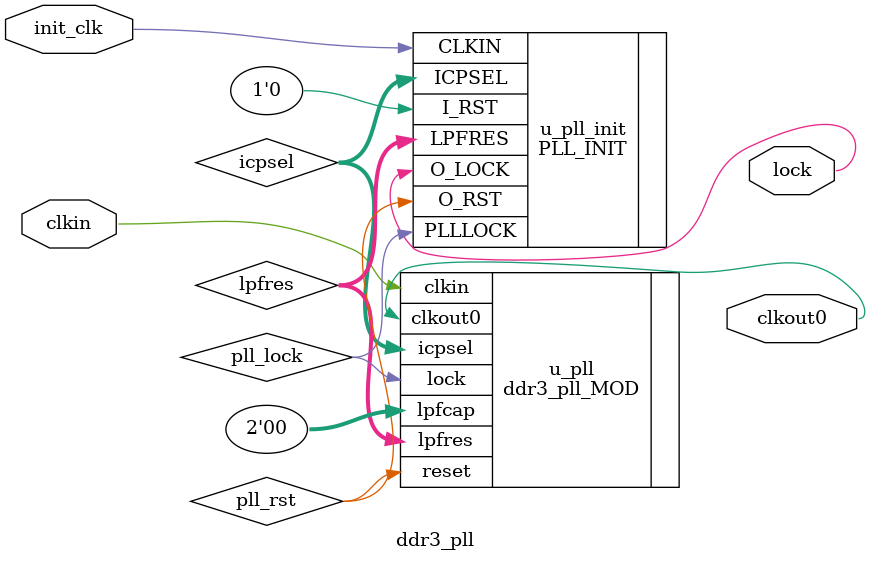
<source format=v>
module ddr3_pll(
    clkin,
    init_clk,
    clkout0,
    lock
);

input clkin;
input init_clk;
output clkout0;
output lock;
wire [5:0] icpsel;
wire [2:0] lpfres;
wire pll_lock;
wire pll_rst;

    ddr3_pll_MOD u_pll(
        .clkout0(clkout0),
        .lock(pll_lock),
        .clkin(clkin),
        .reset(pll_rst),
        .icpsel(icpsel),
        .lpfres(lpfres),
        .lpfcap(2'b00)
    );

    PLL_INIT u_pll_init(
        .CLKIN(init_clk),
        .I_RST(1'b0),
        .O_RST(pll_rst),
        .PLLLOCK(pll_lock),
        .O_LOCK(lock),
        .ICPSEL(icpsel),
        .LPFRES(lpfres)
    );
    defparam u_pll_init.CLK_PERIOD = 20;
    defparam u_pll_init.MULTI_FAC = 16;

endmodule

</source>
